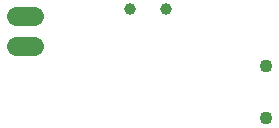
<source format=gbs>
G75*
%MOIN*%
%OFA0B0*%
%FSLAX24Y24*%
%IPPOS*%
%LPD*%
%AMOC8*
5,1,8,0,0,1.08239X$1,22.5*
%
%ADD10C,0.0434*%
%ADD11C,0.0394*%
%ADD12C,0.0634*%
D10*
X009826Y002857D03*
X009826Y004589D03*
D11*
X006479Y006519D03*
X005298Y006519D03*
D12*
X002091Y005271D02*
X001497Y005271D01*
X001497Y006271D02*
X002091Y006271D01*
M02*

</source>
